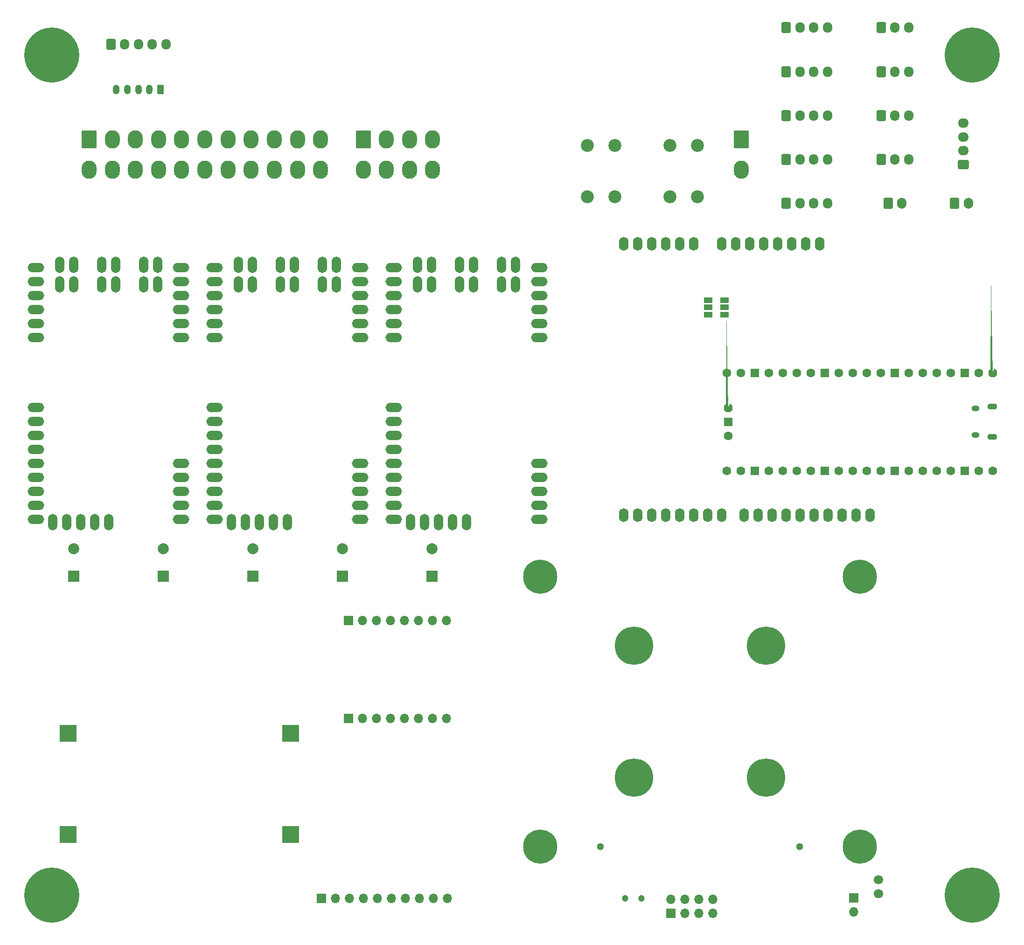
<source format=gbr>
%TF.GenerationSoftware,KiCad,Pcbnew,6.0.11+dfsg-1~bpo11+1*%
%TF.CreationDate,2023-04-27T19:59:20+00:00*%
%TF.ProjectId,OpenMowerMainboard,4f70656e-4d6f-4776-9572-4d61696e626f,rev?*%
%TF.SameCoordinates,Original*%
%TF.FileFunction,Soldermask,Bot*%
%TF.FilePolarity,Negative*%
%FSLAX46Y46*%
G04 Gerber Fmt 4.6, Leading zero omitted, Abs format (unit mm)*
G04 Created by KiCad (PCBNEW 6.0.11+dfsg-1~bpo11+1) date 2023-04-27 19:59:20*
%MOMM*%
%LPD*%
G01*
G04 APERTURE LIST*
G04 Aperture macros list*
%AMRoundRect*
0 Rectangle with rounded corners*
0 $1 Rounding radius*
0 $2 $3 $4 $5 $6 $7 $8 $9 X,Y pos of 4 corners*
0 Add a 4 corners polygon primitive as box body*
4,1,4,$2,$3,$4,$5,$6,$7,$8,$9,$2,$3,0*
0 Add four circle primitives for the rounded corners*
1,1,$1+$1,$2,$3*
1,1,$1+$1,$4,$5*
1,1,$1+$1,$6,$7*
1,1,$1+$1,$8,$9*
0 Add four rect primitives between the rounded corners*
20,1,$1+$1,$2,$3,$4,$5,0*
20,1,$1+$1,$4,$5,$6,$7,0*
20,1,$1+$1,$6,$7,$8,$9,0*
20,1,$1+$1,$8,$9,$2,$3,0*%
%AMFreePoly0*
4,1,57,0.281438,0.792513,0.314631,0.788760,0.324366,0.782642,0.335575,0.780064,0.361670,0.759195,0.389950,0.741421,0.741668,0.389704,0.759398,0.361385,0.780215,0.335261,0.782772,0.324050,0.788875,0.314303,0.792571,0.281098,0.800000,0.248529,0.800000,-0.248878,0.792513,-0.281438,0.788760,-0.314632,0.782641,-0.324367,0.780064,-0.335575,0.759196,-0.361669,0.741421,-0.389950,
0.389704,-0.741668,0.361385,-0.759398,0.335261,-0.780215,0.324050,-0.782772,0.314303,-0.788875,0.281098,-0.792571,0.248529,-0.800000,-0.248878,-0.800000,-0.281438,-0.792513,-0.314632,-0.788760,-0.324367,-0.782641,-0.335575,-0.780064,-0.361669,-0.759196,-0.389950,-0.741421,-0.741668,-0.389704,-0.759398,-0.361385,-0.780215,-0.335261,-0.782772,-0.324050,-0.788875,-0.314303,-0.792571,-0.281098,
-0.800000,-0.248529,-0.800000,0.248878,-0.792513,0.281438,-0.788760,0.314631,-0.782642,0.324366,-0.780064,0.335575,-0.759195,0.361670,-0.741421,0.389950,-0.389704,0.741668,-0.361385,0.759398,-0.335261,0.780215,-0.324050,0.782772,-0.314303,0.788875,-0.281098,0.792571,-0.248529,0.800000,0.248878,0.800000,0.281438,0.792513,0.281438,0.792513,$1*%
G04 Aperture macros list end*
%ADD10RoundRect,0.250001X-1.099999X-1.399999X1.099999X-1.399999X1.099999X1.399999X-1.099999X1.399999X0*%
%ADD11O,2.700000X3.300000*%
%ADD12RoundRect,0.250000X-0.600000X-0.725000X0.600000X-0.725000X0.600000X0.725000X-0.600000X0.725000X0*%
%ADD13O,1.700000X1.950000*%
%ADD14RoundRect,0.249999X0.350001X0.625001X-0.350001X0.625001X-0.350001X-0.625001X0.350001X-0.625001X0*%
%ADD15O,1.200000X1.750000*%
%ADD16C,0.900000*%
%ADD17C,10.000000*%
%ADD18O,3.000000X1.700000*%
%ADD19O,1.700000X3.000000*%
%ADD20R,2.000000X2.000000*%
%ADD21C,2.000000*%
%ADD22C,6.950000*%
%ADD23C,2.350000*%
%ADD24R,1.700000X1.700000*%
%ADD25O,1.700000X1.700000*%
%ADD26R,3.048000X3.048000*%
%ADD27C,6.200000*%
%ADD28C,1.300000*%
%ADD29RoundRect,0.250000X-0.600000X-0.750000X0.600000X-0.750000X0.600000X0.750000X-0.600000X0.750000X0*%
%ADD30O,1.700000X2.000000*%
%ADD31RoundRect,0.250000X0.725000X-0.600000X0.725000X0.600000X-0.725000X0.600000X-0.725000X-0.600000X0*%
%ADD32O,1.950000X1.700000*%
%ADD33C,1.200000*%
%ADD34O,1.800000X1.100000*%
%ADD35O,1.450000X1.050000*%
%ADD36FreePoly0,270.000000*%
%ADD37C,1.600000*%
%ADD38RoundRect,0.200000X-0.600000X0.600000X-0.600000X-0.600000X0.600000X-0.600000X0.600000X0.600000X0*%
%ADD39C,1.700000*%
%ADD40O,1.727200X2.500000*%
%ADD41R,1.500000X1.000000*%
G04 APERTURE END LIST*
D10*
%TO.C,J1*%
X33250000Y-45250000D03*
D11*
X37450000Y-45250000D03*
X41650000Y-45250000D03*
X45850000Y-45250000D03*
X50050000Y-45250000D03*
X54250000Y-45250000D03*
X58450000Y-45250000D03*
X62650000Y-45250000D03*
X66850000Y-45250000D03*
X71050000Y-45250000D03*
X75250000Y-45250000D03*
X33250000Y-50750000D03*
X37450000Y-50750000D03*
X41650000Y-50750000D03*
X45850000Y-50750000D03*
X50050000Y-50750000D03*
X54250000Y-50750000D03*
X58450000Y-50750000D03*
X62650000Y-50750000D03*
X66850000Y-50750000D03*
X71050000Y-50750000D03*
X75250000Y-50750000D03*
%TD*%
D10*
%TO.C,J2*%
X83000000Y-45250000D03*
D11*
X87200000Y-45250000D03*
X91400000Y-45250000D03*
X95600000Y-45250000D03*
X83000000Y-50750000D03*
X87200000Y-50750000D03*
X91400000Y-50750000D03*
X95600000Y-50750000D03*
%TD*%
D10*
%TO.C,J3*%
X151600000Y-45250000D03*
D11*
X151600000Y-50750000D03*
%TD*%
D12*
%TO.C,J13*%
X177000000Y-40935000D03*
D13*
X179500000Y-40935000D03*
X182000000Y-40935000D03*
%TD*%
D12*
%TO.C,J14*%
X177000000Y-48902500D03*
D13*
X179500000Y-48902500D03*
X182000000Y-48902500D03*
%TD*%
D12*
%TO.C,J5*%
X159750000Y-25000000D03*
D13*
X162250000Y-25000000D03*
X164750000Y-25000000D03*
X167250000Y-25000000D03*
%TD*%
D12*
%TO.C,J6*%
X159750000Y-32967500D03*
D13*
X162250000Y-32967500D03*
X164750000Y-32967500D03*
X167250000Y-32967500D03*
%TD*%
D12*
%TO.C,J7*%
X159750000Y-40935000D03*
D13*
X162250000Y-40935000D03*
X164750000Y-40935000D03*
X167250000Y-40935000D03*
%TD*%
D12*
%TO.C,J8*%
X159750000Y-48902500D03*
D13*
X162250000Y-48902500D03*
X164750000Y-48902500D03*
X167250000Y-48902500D03*
%TD*%
D12*
%TO.C,J9*%
X159750000Y-56870000D03*
D13*
X162250000Y-56870000D03*
X164750000Y-56870000D03*
X167250000Y-56870000D03*
%TD*%
D12*
%TO.C,J12*%
X177000000Y-32967500D03*
D13*
X179500000Y-32967500D03*
X182000000Y-32967500D03*
%TD*%
D14*
%TO.C,J10*%
X46196000Y-36195000D03*
D15*
X44196000Y-36195000D03*
X42196000Y-36195000D03*
X40196000Y-36195000D03*
X38196000Y-36195000D03*
%TD*%
D12*
%TO.C,J11*%
X177000000Y-25000000D03*
D13*
X179500000Y-25000000D03*
X182000000Y-25000000D03*
%TD*%
D16*
%TO.C,H1*%
X23848350Y-32651650D03*
X29151650Y-27348350D03*
X22750000Y-30000000D03*
X30250000Y-30000000D03*
X23848350Y-27348350D03*
X29151650Y-32651650D03*
X26500000Y-26250000D03*
X26500000Y-33750000D03*
D17*
X26500000Y-30000000D03*
%TD*%
D16*
%TO.C,H2*%
X30250000Y-182500000D03*
D17*
X26500000Y-182500000D03*
D16*
X23848350Y-179848350D03*
X22750000Y-182500000D03*
X29151650Y-179848350D03*
X26500000Y-186250000D03*
X29151650Y-185151650D03*
X26500000Y-178750000D03*
X23848350Y-185151650D03*
%TD*%
%TO.C,H3*%
X196151650Y-32651650D03*
X197250000Y-30000000D03*
X193500000Y-26250000D03*
D17*
X193500000Y-30000000D03*
D16*
X193500000Y-33750000D03*
X196151650Y-27348350D03*
X190848350Y-27348350D03*
X190848350Y-32651650D03*
X189750000Y-30000000D03*
%TD*%
%TO.C,H4*%
X193500000Y-186250000D03*
X196151650Y-179848350D03*
X197250000Y-182500000D03*
X190848350Y-185151650D03*
X190848350Y-179848350D03*
X196151650Y-185151650D03*
D17*
X193500000Y-182500000D03*
D16*
X189750000Y-182500000D03*
X193500000Y-178750000D03*
%TD*%
D18*
%TO.C,U5*%
X56060000Y-111775000D03*
X56060000Y-109235000D03*
X56060000Y-104155000D03*
X56060000Y-101615000D03*
X56060000Y-99075000D03*
X56060000Y-76215000D03*
X82460000Y-73675000D03*
X82460000Y-76215000D03*
X56060000Y-106695000D03*
X56060000Y-73675000D03*
X56060000Y-96535000D03*
D19*
X59100000Y-114815000D03*
X61640000Y-114815000D03*
X66720000Y-114815000D03*
X69260000Y-114815000D03*
D18*
X82460000Y-114315000D03*
X82460000Y-111775000D03*
X82460000Y-109235000D03*
X82460000Y-106695000D03*
X82460000Y-68595000D03*
D19*
X64180000Y-114815000D03*
D18*
X82460000Y-71135000D03*
X56060000Y-93995000D03*
X56060000Y-114315000D03*
X82460000Y-104155000D03*
X56060000Y-68595000D03*
X56060000Y-71135000D03*
D19*
X75610000Y-71635000D03*
X78150000Y-71635000D03*
X78150000Y-68095000D03*
X75610000Y-68095000D03*
X70530000Y-68095000D03*
X67990000Y-71635000D03*
X70530000Y-71635000D03*
X67990000Y-68095000D03*
D18*
X56060000Y-78755000D03*
X56060000Y-81295000D03*
X82460000Y-81295000D03*
X82460000Y-78755000D03*
D19*
X60370000Y-68095000D03*
X62910000Y-71635000D03*
X62910000Y-68095000D03*
X60370000Y-71635000D03*
%TD*%
D20*
%TO.C,C3*%
X79235005Y-124612400D03*
D21*
X79235005Y-119612400D03*
%TD*%
D22*
%TO.C,MH6*%
X132100000Y-161200000D03*
%TD*%
D23*
%TO.C,F4*%
X128675000Y-55700000D03*
X123675000Y-55700000D03*
X143675000Y-55700000D03*
X138675000Y-55700000D03*
%TD*%
D20*
%TO.C,C2*%
X30428020Y-124612400D03*
D21*
X30428020Y-119612400D03*
%TD*%
D18*
%TO.C,U4*%
X23560000Y-111775000D03*
X23560000Y-109235000D03*
X23560000Y-104155000D03*
X23560000Y-101615000D03*
X23560000Y-99075000D03*
X23560000Y-76215000D03*
X49960000Y-73675000D03*
X23560000Y-106695000D03*
X23560000Y-73675000D03*
X49960000Y-76215000D03*
X23560000Y-96535000D03*
D19*
X26600000Y-114815000D03*
X29140000Y-114815000D03*
X34220000Y-114815000D03*
X36760000Y-114815000D03*
D18*
X49960000Y-114315000D03*
X49960000Y-111775000D03*
X49960000Y-109235000D03*
X49960000Y-106695000D03*
D19*
X31680000Y-114815000D03*
D18*
X23560000Y-71135000D03*
X23560000Y-114315000D03*
X49960000Y-71135000D03*
X49960000Y-68595000D03*
X23560000Y-93995000D03*
X49960000Y-104155000D03*
X23560000Y-68595000D03*
D19*
X45650000Y-68095000D03*
X43110000Y-71635000D03*
X45650000Y-71635000D03*
X43110000Y-68095000D03*
X38030000Y-71635000D03*
X35490000Y-71635000D03*
X35490000Y-68095000D03*
X38030000Y-68095000D03*
D18*
X23560000Y-81295000D03*
X23560000Y-78755000D03*
X49960000Y-81295000D03*
X49960000Y-78755000D03*
D19*
X30410000Y-71635000D03*
X27870000Y-71635000D03*
X30410000Y-68095000D03*
X27870000Y-68095000D03*
%TD*%
D24*
%TO.C,J20*%
X75392200Y-183083200D03*
D25*
X77932200Y-183083200D03*
X80472200Y-183083200D03*
X83012200Y-183083200D03*
X85552200Y-183083200D03*
X88092200Y-183083200D03*
X90632200Y-183083200D03*
X93172200Y-183083200D03*
X95712200Y-183083200D03*
X98252200Y-183083200D03*
%TD*%
D22*
%TO.C,MH7*%
X132100000Y-137200000D03*
%TD*%
D18*
%TO.C,U6*%
X88560000Y-111775000D03*
X88560000Y-109235000D03*
X88560000Y-104155000D03*
X88560000Y-101615000D03*
X88560000Y-99075000D03*
X114960000Y-76215000D03*
X114960000Y-73675000D03*
X88560000Y-73675000D03*
X88560000Y-76215000D03*
X88560000Y-106695000D03*
X88560000Y-96535000D03*
D19*
X91600000Y-114815000D03*
X94140000Y-114815000D03*
X99220000Y-114815000D03*
X101760000Y-114815000D03*
D18*
X114960000Y-114315000D03*
X114960000Y-111775000D03*
X114960000Y-109235000D03*
X114960000Y-106695000D03*
X114960000Y-104155000D03*
X88560000Y-93995000D03*
X114960000Y-68595000D03*
D19*
X96680000Y-114815000D03*
D18*
X88560000Y-114315000D03*
X88560000Y-68595000D03*
X88560000Y-71135000D03*
X114960000Y-71135000D03*
D19*
X110650000Y-71635000D03*
X108110000Y-71635000D03*
X110650000Y-68095000D03*
X108110000Y-68095000D03*
X100490000Y-68095000D03*
X100490000Y-71635000D03*
X103030000Y-68095000D03*
X103030000Y-71635000D03*
D18*
X88560000Y-81295000D03*
X114960000Y-78755000D03*
X114960000Y-81295000D03*
X88560000Y-78755000D03*
D19*
X95410000Y-68095000D03*
X92870000Y-68095000D03*
X95410000Y-71635000D03*
X92870000Y-71635000D03*
%TD*%
D22*
%TO.C,MH5*%
X156100000Y-161200000D03*
%TD*%
D23*
%TO.C,F2*%
X123675000Y-46350000D03*
X128675000Y-46350000D03*
X138675000Y-46350000D03*
X143675000Y-46350000D03*
%TD*%
D20*
%TO.C,C6*%
X46697015Y-124612400D03*
D21*
X46697015Y-119612400D03*
%TD*%
D12*
%TO.C,J4*%
X37200000Y-28000000D03*
D13*
X39700000Y-28000000D03*
X42200000Y-28000000D03*
X44700000Y-28000000D03*
X47200000Y-28000000D03*
%TD*%
D26*
%TO.C,U1*%
X29450000Y-171524000D03*
X29450000Y-153124000D03*
X69850000Y-153124000D03*
X69850000Y-171524000D03*
%TD*%
D27*
%TO.C,MH3*%
X115100000Y-124700000D03*
%TD*%
D28*
%TO.C,J21*%
X162200000Y-173700000D03*
X126000000Y-173700000D03*
%TD*%
D20*
%TO.C,C7*%
X62966010Y-124612400D03*
D21*
X62966010Y-119612400D03*
%TD*%
D20*
%TO.C,C8*%
X95504000Y-124612400D03*
D21*
X95504000Y-119612400D03*
%TD*%
D29*
%TO.C,J18*%
X190320000Y-56870000D03*
D30*
X192820000Y-56870000D03*
%TD*%
D27*
%TO.C,MH4*%
X173100000Y-124700000D03*
%TD*%
D29*
%TO.C,J17*%
X178250000Y-56870000D03*
D30*
X180750000Y-56870000D03*
%TD*%
D31*
%TO.C,J19*%
X191870000Y-49852500D03*
D32*
X191870000Y-47352500D03*
X191870000Y-44852500D03*
X191870000Y-42352500D03*
%TD*%
D33*
%TO.C,SW1*%
X130500000Y-183097500D03*
X133500000Y-183097500D03*
%TD*%
D27*
%TO.C,MH2*%
X115100000Y-173700000D03*
%TD*%
D22*
%TO.C,MH8*%
X156100000Y-137200000D03*
%TD*%
D34*
%TO.C,U11*%
X197136544Y-99287104D03*
D35*
X194106544Y-94137104D03*
X194106544Y-98987104D03*
D34*
X197136544Y-93837104D03*
D36*
X197266544Y-87672104D03*
D37*
X194726544Y-87672104D03*
D38*
X192186544Y-87672104D03*
D37*
X189646544Y-87672104D03*
X187106544Y-87672104D03*
X184566544Y-87672104D03*
X182026544Y-87672104D03*
D38*
X179486544Y-87672104D03*
D37*
X176946544Y-87672104D03*
X174406544Y-87672104D03*
X171866544Y-87672104D03*
X169326544Y-87672104D03*
D38*
X166786544Y-87672104D03*
D37*
X164246544Y-87672104D03*
X161706544Y-87672104D03*
X159166544Y-87672104D03*
X156626544Y-87672104D03*
D38*
X154086544Y-87672104D03*
D37*
X151546544Y-87672104D03*
X149006544Y-87672104D03*
X149006544Y-105452104D03*
X151546544Y-105452104D03*
D38*
X154086544Y-105452104D03*
D37*
X156626544Y-105452104D03*
X159166544Y-105452104D03*
X161706544Y-105452104D03*
X164246544Y-105452104D03*
D38*
X166786544Y-105452104D03*
D37*
X169326544Y-105452104D03*
X171866544Y-105452104D03*
X174406544Y-105452104D03*
X176946544Y-105452104D03*
D38*
X179486544Y-105452104D03*
D37*
X182026544Y-105452104D03*
X184566544Y-105452104D03*
X187106544Y-105452104D03*
X189646544Y-105452104D03*
D38*
X192186544Y-105452104D03*
D37*
X194726544Y-105452104D03*
X197266544Y-105452104D03*
D36*
X149236544Y-94022104D03*
D38*
X149236544Y-96562104D03*
D37*
X149236544Y-99102104D03*
%TD*%
D39*
%TO.C,SW2*%
X176479200Y-182270400D03*
X176479200Y-179730400D03*
%TD*%
D24*
%TO.C,J23*%
X80314800Y-132689600D03*
D25*
X82854800Y-132689600D03*
X85394800Y-132689600D03*
X87934800Y-132689600D03*
X90474800Y-132689600D03*
X93014800Y-132689600D03*
X95554800Y-132689600D03*
X98094800Y-132689600D03*
%TD*%
D24*
%TO.C,J16*%
X80314800Y-150469600D03*
D25*
X82854800Y-150469600D03*
X85394800Y-150469600D03*
X87934800Y-150469600D03*
X90474800Y-150469600D03*
X93014800Y-150469600D03*
X95554800Y-150469600D03*
X98094800Y-150469600D03*
%TD*%
D24*
%TO.C,J22*%
X138800000Y-185800000D03*
D25*
X138800000Y-183260000D03*
X141340000Y-185800000D03*
X141340000Y-183260000D03*
X143880000Y-185800000D03*
X143880000Y-183260000D03*
X146420000Y-185800000D03*
X146420000Y-183260000D03*
%TD*%
D27*
%TO.C,MH1*%
X173100000Y-173700000D03*
%TD*%
D40*
%TO.C,XA1*%
X165860000Y-64240000D03*
X158240000Y-64240000D03*
X155700000Y-64240000D03*
X143000000Y-64240000D03*
X140460000Y-64240000D03*
X137920000Y-64240000D03*
X135380000Y-64240000D03*
X132840000Y-64240000D03*
X130300000Y-64240000D03*
X169924000Y-113500000D03*
X130300000Y-113500000D03*
X132840000Y-113500000D03*
X135380000Y-113500000D03*
X137920000Y-113500000D03*
X140460000Y-113500000D03*
X143000000Y-113500000D03*
X145540000Y-113500000D03*
X148080000Y-113500000D03*
X152144000Y-113500000D03*
X154684000Y-113500000D03*
X157224000Y-113500000D03*
X159764000Y-113500000D03*
X162304000Y-113500000D03*
X164844000Y-113500000D03*
X167384000Y-113500000D03*
X153160000Y-64240000D03*
X150620000Y-64240000D03*
X163320000Y-64240000D03*
X160780000Y-64240000D03*
X175004000Y-113500000D03*
X172464000Y-113500000D03*
X148080000Y-64240000D03*
%TD*%
D41*
%TO.C,JP3*%
X145600000Y-77100000D03*
X145600000Y-75800000D03*
X145600000Y-74500000D03*
%TD*%
D24*
%TO.C,M1*%
X172000000Y-183000000D03*
D25*
X172000000Y-185540000D03*
%TD*%
D41*
%TO.C,JP2*%
X148600000Y-74500000D03*
X148600000Y-75800000D03*
X148600000Y-77100000D03*
%TD*%
M02*

</source>
